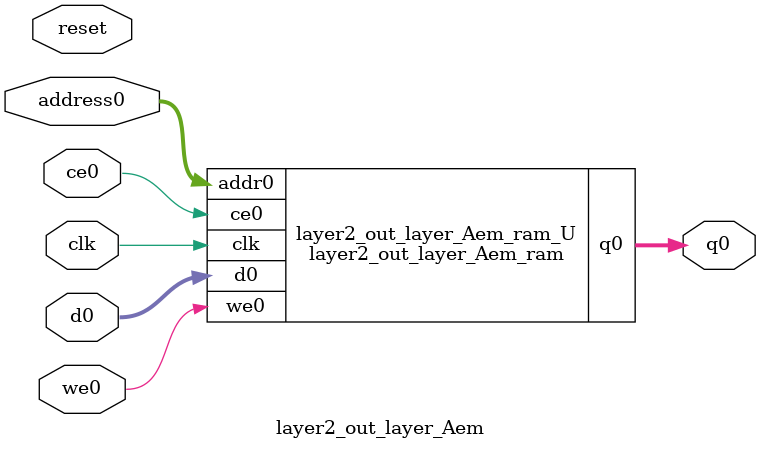
<source format=v>
`timescale 1 ns / 1 ps
module layer2_out_layer_Aem_ram (addr0, ce0, d0, we0, q0,  clk);

parameter DWIDTH = 12;
parameter AWIDTH = 10;
parameter MEM_SIZE = 768;

input[AWIDTH-1:0] addr0;
input ce0;
input[DWIDTH-1:0] d0;
input we0;
output reg[DWIDTH-1:0] q0;
input clk;

(* ram_style = "block" *)reg [DWIDTH-1:0] ram[0:MEM_SIZE-1];




always @(posedge clk)  
begin 
    if (ce0) 
    begin
        if (we0) 
        begin 
            ram[addr0] <= d0; 
        end 
        q0 <= ram[addr0];
    end
end


endmodule

`timescale 1 ns / 1 ps
module layer2_out_layer_Aem(
    reset,
    clk,
    address0,
    ce0,
    we0,
    d0,
    q0);

parameter DataWidth = 32'd12;
parameter AddressRange = 32'd768;
parameter AddressWidth = 32'd10;
input reset;
input clk;
input[AddressWidth - 1:0] address0;
input ce0;
input we0;
input[DataWidth - 1:0] d0;
output[DataWidth - 1:0] q0;



layer2_out_layer_Aem_ram layer2_out_layer_Aem_ram_U(
    .clk( clk ),
    .addr0( address0 ),
    .ce0( ce0 ),
    .we0( we0 ),
    .d0( d0 ),
    .q0( q0 ));

endmodule


</source>
